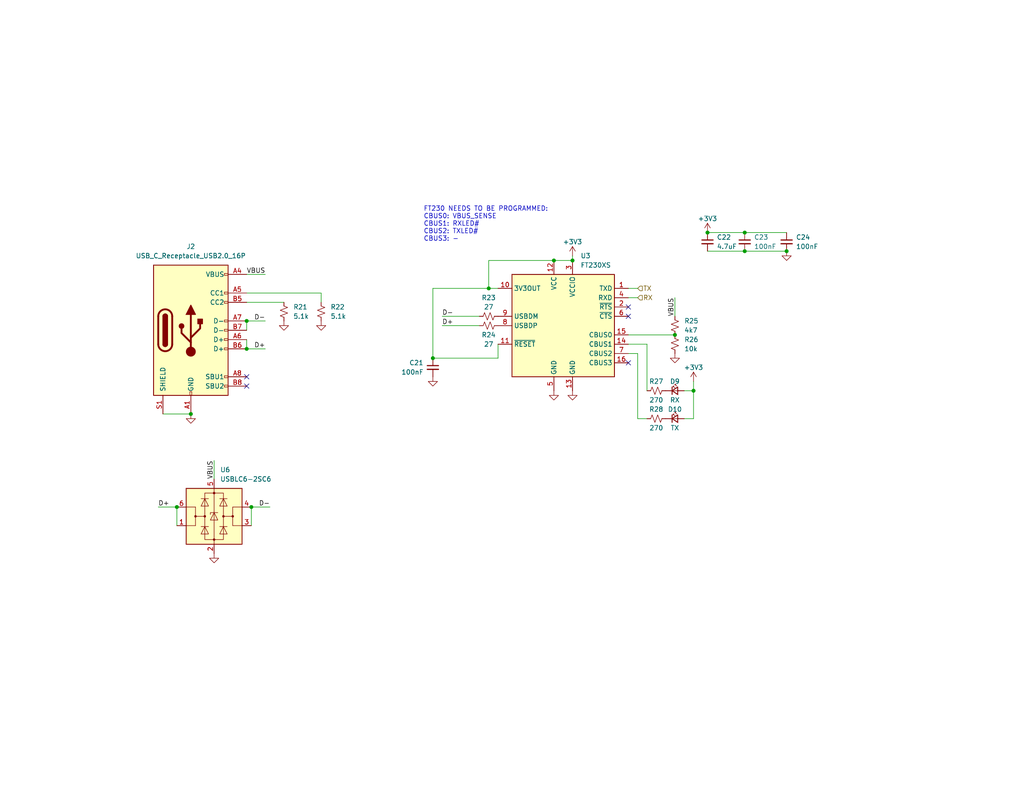
<source format=kicad_sch>
(kicad_sch (version 20230121) (generator eeschema)
  (paper "USLetter")
  (title_block (title "AMP PCBv3") (date "2024-02-08") (rev "A") (company "Autonomous Motorsports Purdue"))
  (lib_symbols
    (symbol "Connector:USB_C_Receptacle_USB2.0_16P" (pin_names (offset 1.016))
      (property "Reference" "J" (at 0 22.225 0))
      (property "Value" "USB_C_Receptacle_USB2.0_16P" (at 0 19.685 0))
      (symbol "USB_C_Receptacle_USB2.0_16P_0_0"
        (rectangle (start -0.254 -17.78) (end 0.254 -16.764))
        (rectangle (start 10.16 -14.986) (end 9.144 -15.494))
        (rectangle (start 10.16 -12.446) (end 9.144 -12.954))
        (rectangle (start 10.16 -4.826) (end 9.144 -5.334))
        (rectangle (start 10.16 -2.286) (end 9.144 -2.794))
        (rectangle (start 10.16 0.254) (end 9.144 -0.254))
        (rectangle (start 10.16 2.794) (end 9.144 2.286))
        (rectangle (start 10.16 7.874) (end 9.144 7.366))
        (rectangle (start 10.16 10.414) (end 9.144 9.906))
        (rectangle (start 10.16 15.494) (end 9.144 14.986))
      )
      (symbol "USB_C_Receptacle_USB2.0_16P_0_1"
        (rectangle (start -10.16 17.78) (end 10.16 -17.78) (stroke (width 0.254)) (fill (type background)))
        (arc (start -8.89 -3.81) (mid -6.985 -5.7067) (end -5.08 -3.81) (stroke (width 0.508)))
        (arc (start -7.62 -3.81) (mid -6.985 -4.4423) (end -6.35 -3.81) (stroke (width 0.254)))
        (arc (start -7.62 -3.81) (mid -6.985 -4.4423) (end -6.35 -3.81) (stroke (width 0.254)) (fill (type outline)))
        (rectangle (start -7.62 -3.81) (end -6.35 3.81) (stroke (width 0.254)) (fill (type outline)))
        (arc (start -6.35 3.81) (mid -6.985 4.4423) (end -7.62 3.81) (stroke (width 0.254)))
        (arc (start -6.35 3.81) (mid -6.985 4.4423) (end -7.62 3.81) (stroke (width 0.254)) (fill (type outline)))
        (arc (start -5.08 3.81) (mid -6.985 5.7067) (end -8.89 3.81) (stroke (width 0.508)))
        (circle (center -2.54 1.143) (radius 0.635) (stroke (width 0.254)) (fill (type outline)))
        (circle (center 0 -5.842) (radius 1.27) (fill (type outline)))
        (polyline (pts (xy -8.89 -3.81) (xy -8.89 3.81)) (stroke (width 0.508)))
        (polyline (pts (xy -5.08 3.81) (xy -5.08 -3.81)) (stroke (width 0.508)))
        (polyline (pts (xy 0 -5.842) (xy 0 4.318)) (stroke (width 0.508)))
        (polyline (pts (xy 0 -3.302) (xy -2.54 -0.762) (xy -2.54 0.508)) (stroke (width 0.508)))
        (polyline (pts (xy 0 -2.032) (xy 2.54 0.508) (xy 2.54 1.778)) (stroke (width 0.508)))
        (polyline (pts (xy -1.27 4.318) (xy 0 6.858) (xy 1.27 4.318) (xy -1.27 4.318)) (stroke (width 0.254)) (fill (type outline)))
        (rectangle (start 1.905 1.778) (end 3.175 3.048) (stroke (width 0.254)) (fill (type outline)))
      )
      (symbol "USB_C_Receptacle_USB2.0_16P_1_1"
        (pin passive line (at 0 -22.86 90) (length 5.08) (name "GND") (number "A1"))
        (pin passive line (at 0 -22.86 90) (length 5.08) hide (name "GND") (number "A12"))
        (pin passive line (at 15.24 15.24 180) (length 5.08) (name "VBUS") (number "A4"))
        (pin bidirectional line (at 15.24 10.16 180) (length 5.08) (name "CC1") (number "A5"))
        (pin bidirectional line (at 15.24 -2.54 180) (length 5.08) (name "D+") (number "A6"))
        (pin bidirectional line (at 15.24 2.54 180) (length 5.08) (name "D-") (number "A7"))
        (pin bidirectional line (at 15.24 -12.7 180) (length 5.08) (name "SBU1") (number "A8"))
        (pin passive line (at 15.24 15.24 180) (length 5.08) hide (name "VBUS") (number "A9"))
        (pin passive line (at 0 -22.86 90) (length 5.08) hide (name "GND") (number "B1"))
        (pin passive line (at 0 -22.86 90) (length 5.08) hide (name "GND") (number "B12"))
        (pin passive line (at 15.24 15.24 180) (length 5.08) hide (name "VBUS") (number "B4"))
        (pin bidirectional line (at 15.24 7.62 180) (length 5.08) (name "CC2") (number "B5"))
        (pin bidirectional line (at 15.24 -5.08 180) (length 5.08) (name "D+") (number "B6"))
        (pin bidirectional line (at 15.24 0 180) (length 5.08) (name "D-") (number "B7"))
        (pin bidirectional line (at 15.24 -15.24 180) (length 5.08) (name "SBU2") (number "B8"))
        (pin passive line (at 15.24 15.24 180) (length 5.08) hide (name "VBUS") (number "B9"))
        (pin passive line (at -7.62 -22.86 90) (length 5.08) (name "SHIELD") (number "S1"))
      )
    )
    (symbol "Device:C_Small" (pin_numbers hide) (pin_names (offset 0.254) hide)
      (property "Reference" "C" (at 0.254 1.778 0))
      (property "Value" "C_Small" (at 0.254 -2.032 0))
      (symbol "C_Small_0_1"
        (polyline (pts (xy -1.524 -0.508) (xy 1.524 -0.508)) (stroke (width 0.3302)))
        (polyline (pts (xy -1.524 0.508) (xy 1.524 0.508)) (stroke (width 0.3048)))
      )
      (symbol "C_Small_1_1"
        (pin passive line (at 0 2.54 270) (length 2.032) (name "~") (number "1"))
        (pin passive line (at 0 -2.54 90) (length 2.032) (name "~") (number "2"))
      )
    )
    (symbol "Device:LED_Small" (pin_numbers hide) (pin_names (offset 0.254) hide)
      (property "Reference" "D" (at -1.27 3.175 0))
      (property "Value" "LED_Small" (at -4.445 -2.54 0))
      (symbol "LED_Small_0_1"
        (polyline (pts (xy -0.762 -1.016) (xy -0.762 1.016)) (stroke (width 0.254)))
        (polyline (pts (xy 1.016 0) (xy -0.762 0)))
        (polyline (pts (xy 0.762 -1.016) (xy -0.762 0) (xy 0.762 1.016) (xy 0.762 -1.016)) (stroke (width 0.254)))
        (polyline (pts (xy 0 0.762) (xy -0.508 1.27) (xy -0.254 1.27) (xy -0.508 1.27) (xy -0.508 1.016)))
        (polyline (pts (xy 0.508 1.27) (xy 0 1.778) (xy 0.254 1.778) (xy 0 1.778) (xy 0 1.524)))
      )
      (symbol "LED_Small_1_1"
        (pin passive line (at -2.54 0 0) (length 1.778) (name "K") (number "1"))
        (pin passive line (at 2.54 0 180) (length 1.778) (name "A") (number "2"))
      )
    )
    (symbol "Device:R_Small_US" (pin_numbers hide) (pin_names (offset 0.254) hide)
      (property "Reference" "R" (at 0.762 0.508 0))
      (property "Value" "R_Small_US" (at 0.762 -1.016 0))
      (symbol "R_Small_US_1_1"
        (polyline (pts (xy 0 0) (xy 1.016 -0.381) (xy 0 -0.762) (xy -1.016 -1.143) (xy 0 -1.524)))
        (polyline (pts (xy 0 1.524) (xy 1.016 1.143) (xy 0 0.762) (xy -1.016 0.381) (xy 0 0)))
        (pin passive line (at 0 2.54 270) (length 1.016) (name "~") (number "1"))
        (pin passive line (at 0 -2.54 90) (length 1.016) (name "~") (number "2"))
      )
    )
    (symbol "Interface_USB:FT230XS"
      (property "Reference" "U" (at -13.97 15.24 0))
      (property "Value" "FT230XS" (at 7.62 15.24 0))
      (symbol "FT230XS_0_1"
        (rectangle (start -13.97 13.97) (end 13.97 -13.97) (stroke (width 0.254)) (fill (type background)))
      )
      (symbol "FT230XS_1_1"
        (pin output line (at 17.78 10.16 180) (length 3.81) (name "TXD") (number "1"))
        (pin power_out line (at -17.78 10.16 0) (length 3.81) (name "3V3OUT") (number "10"))
        (pin input line (at -17.78 -5.08 0) (length 3.81) (name "~{RESET}") (number "11"))
        (pin power_in line (at -2.54 17.78 270) (length 3.81) (name "VCC") (number "12"))
        (pin power_in line (at 2.54 -17.78 90) (length 3.81) (name "GND") (number "13"))
        (pin bidirectional line (at 17.78 -5.08 180) (length 3.81) (name "CBUS1") (number "14"))
        (pin bidirectional line (at 17.78 -2.54 180) (length 3.81) (name "CBUS0") (number "15"))
        (pin bidirectional line (at 17.78 -10.16 180) (length 3.81) (name "CBUS3") (number "16"))
        (pin output line (at 17.78 5.08 180) (length 3.81) (name "~{RTS}") (number "2"))
        (pin power_in line (at 2.54 17.78 270) (length 3.81) (name "VCCIO") (number "3"))
        (pin input line (at 17.78 7.62 180) (length 3.81) (name "RXD") (number "4"))
        (pin power_in line (at -2.54 -17.78 90) (length 3.81) (name "GND") (number "5"))
        (pin input line (at 17.78 2.54 180) (length 3.81) (name "~{CTS}") (number "6"))
        (pin bidirectional line (at 17.78 -7.62 180) (length 3.81) (name "CBUS2") (number "7"))
        (pin bidirectional line (at -17.78 0 0) (length 3.81) (name "USBDP") (number "8"))
        (pin bidirectional line (at -17.78 2.54 0) (length 3.81) (name "USBDM") (number "9"))
      )
    )
    (symbol "Power_Protection:USBLC6-2SC6" (pin_names hide)
      (property "Reference" "U" (at 2.54 8.89 0))
      (property "Value" "USBLC6-2SC6" (at 2.54 -8.89 0))
      (symbol "USBLC6-2SC6_0_1"
        (rectangle (start -7.62 -7.62) (end 7.62 7.62) (stroke (width 0.254)) (fill (type background)))
        (circle (center -5.08 0) (radius 0.254) (fill (type outline)))
        (circle (center -2.54 0) (radius 0.254) (fill (type outline)))
        (rectangle (start -2.54 6.35) (end 2.54 -6.35))
        (circle (center 0 -6.35) (radius 0.254) (fill (type outline)))
        (polyline (pts (xy -5.08 -2.54) (xy -7.62 -2.54)))
        (polyline (pts (xy -5.08 0) (xy -5.08 -2.54)))
        (polyline (pts (xy -5.08 2.54) (xy -7.62 2.54)))
        (polyline (pts (xy -1.524 -2.794) (xy -3.556 -2.794)))
        (polyline (pts (xy -1.524 4.826) (xy -3.556 4.826)))
        (polyline (pts (xy 0 -7.62) (xy 0 -6.35)))
        (polyline (pts (xy 0 -6.35) (xy 0 1.27)))
        (polyline (pts (xy 0 1.27) (xy 0 6.35)))
        (polyline (pts (xy 0 6.35) (xy 0 7.62)))
        (polyline (pts (xy 1.524 -2.794) (xy 3.556 -2.794)))
        (polyline (pts (xy 1.524 4.826) (xy 3.556 4.826)))
        (polyline (pts (xy 5.08 -2.54) (xy 7.62 -2.54)))
        (polyline (pts (xy 5.08 0) (xy 5.08 -2.54)))
        (polyline (pts (xy 5.08 2.54) (xy 7.62 2.54)))
        (polyline (pts (xy -2.54 0) (xy -5.08 0) (xy -5.08 2.54)))
        (polyline (pts (xy 2.54 0) (xy 5.08 0) (xy 5.08 2.54)))
        (polyline (pts (xy -3.556 -4.826) (xy -1.524 -4.826) (xy -2.54 -2.794) (xy -3.556 -4.826)))
        (polyline (pts (xy -3.556 2.794) (xy -1.524 2.794) (xy -2.54 4.826) (xy -3.556 2.794)))
        (polyline (pts (xy -1.016 -1.016) (xy 1.016 -1.016) (xy 0 1.016) (xy -1.016 -1.016)))
        (polyline (pts (xy 1.016 1.016) (xy 0.762 1.016) (xy -1.016 1.016) (xy -1.016 0.508)))
        (polyline (pts (xy 3.556 -4.826) (xy 1.524 -4.826) (xy 2.54 -2.794) (xy 3.556 -4.826)))
        (polyline (pts (xy 3.556 2.794) (xy 1.524 2.794) (xy 2.54 4.826) (xy 3.556 2.794)))
        (circle (center 0 6.35) (radius 0.254) (fill (type outline)))
        (circle (center 2.54 0) (radius 0.254) (fill (type outline)))
        (circle (center 5.08 0) (radius 0.254) (fill (type outline)))
      )
      (symbol "USBLC6-2SC6_1_1"
        (pin passive line (at -10.16 -2.54 0) (length 2.54) (name "I/O1") (number "1"))
        (pin passive line (at 0 -10.16 90) (length 2.54) (name "GND") (number "2"))
        (pin passive line (at 10.16 -2.54 180) (length 2.54) (name "I/O2") (number "3"))
        (pin passive line (at 10.16 2.54 180) (length 2.54) (name "I/O2") (number "4"))
        (pin passive line (at 0 10.16 270) (length 2.54) (name "VBUS") (number "5"))
        (pin passive line (at -10.16 2.54 0) (length 2.54) (name "I/O1") (number "6"))
      )
    )
    (symbol "power:+3V3" (power) (pin_names (offset 0))
      (property "Value" "+3V3" (at 0 3.556 0))
      (symbol "+3V3_0_1"
        (polyline (pts (xy -0.762 1.27) (xy 0 2.54)))
        (polyline (pts (xy 0 0) (xy 0 2.54)))
        (polyline (pts (xy 0 2.54) (xy 0.762 1.27)))
      )
      (symbol "+3V3_1_1"
        (pin power_in line (at 0 0 90) (length 0) hide (name "+3V3") (number "1"))
      )
    )
    (symbol "power:GND" (power) (pin_names (offset 0))
      (property "Value" "GND" (at 0 -3.81 0))
      (symbol "GND_0_1"
        (polyline (pts (xy 0 0) (xy 0 -1.27) (xy 1.27 -1.27) (xy 0 -2.54) (xy -1.27 -1.27) (xy 0 -1.27)))
      )
      (symbol "GND_1_1"
        (pin power_in line (at 0 0 270) (length 0) hide (name "GND") (number "1"))
      )
    )
  )
  (junction (at 156.21 71.12))
  (junction (at 52.07 113.03))
  (junction (at 67.31 95.25))
  (junction (at 214.63 68.58))
  (junction (at 118.11 97.79))
  (junction (at 189.23 106.68))
  (junction (at 203.2 63.5))
  (junction (at 193.04 63.5))
  (junction (at 133.35 78.74))
  (junction (at 151.13 71.12))
  (junction (at 67.31 87.63))
  (junction (at 68.58 138.43))
  (junction (at 184.15 91.44))
  (junction (at 203.2 68.58))
  (junction (at 48.26 138.43))
  (no_connect (at 171.45 86.36))
  (no_connect (at 67.31 102.87))
  (no_connect (at 171.45 83.82))
  (no_connect (at 171.45 99.06))
  (no_connect (at 67.31 105.41))
  (wire (pts (xy 186.69 114.3) (xy 189.23 114.3)))
  (wire (pts (xy 67.31 92.71) (xy 67.31 95.25)))
  (wire (pts (xy 67.31 95.25) (xy 72.39 95.25)))
  (wire (pts (xy 189.23 114.3) (xy 189.23 106.68)))
  (wire (pts (xy 133.35 78.74) (xy 133.35 71.12)))
  (wire (pts (xy 171.45 96.52) (xy 173.99 96.52)))
  (wire (pts (xy 48.26 138.43) (xy 48.26 143.51)))
  (wire (pts (xy 87.63 82.55) (xy 87.63 80.01)))
  (wire (pts (xy 135.89 97.79) (xy 135.89 93.98)))
  (wire (pts (xy 203.2 68.58) (xy 214.63 68.58)))
  (wire (pts (xy 171.45 81.28) (xy 173.99 81.28)))
  (wire (pts (xy 133.35 78.74) (xy 135.89 78.74)))
  (wire (pts (xy 87.63 80.01) (xy 67.31 80.01)))
  (wire (pts (xy 58.42 130.81) (xy 58.42 125.73)))
  (wire (pts (xy 67.31 82.55) (xy 77.47 82.55)))
  (wire (pts (xy 173.99 96.52) (xy 173.99 114.3)))
  (wire (pts (xy 203.2 63.5) (xy 214.63 63.5)))
  (wire (pts (xy 68.58 138.43) (xy 73.66 138.43)))
  (wire (pts (xy 189.23 106.68) (xy 189.23 104.14)))
  (wire (pts (xy 151.13 71.12) (xy 156.21 71.12)))
  (wire (pts (xy 173.99 114.3) (xy 176.53 114.3)))
  (wire (pts (xy 48.26 138.43) (xy 43.18 138.43)))
  (wire (pts (xy 193.04 63.5) (xy 203.2 63.5)))
  (wire (pts (xy 176.53 93.98) (xy 171.45 93.98)))
  (wire (pts (xy 133.35 71.12) (xy 151.13 71.12)))
  (wire (pts (xy 68.58 138.43) (xy 68.58 143.51)))
  (wire (pts (xy 118.11 78.74) (xy 118.11 97.79)))
  (wire (pts (xy 67.31 87.63) (xy 67.31 90.17)))
  (wire (pts (xy 44.45 113.03) (xy 52.07 113.03)))
  (wire (pts (xy 118.11 97.79) (xy 135.89 97.79)))
  (wire (pts (xy 193.04 68.58) (xy 203.2 68.58)))
  (wire (pts (xy 171.45 78.74) (xy 173.99 78.74)))
  (wire (pts (xy 67.31 74.93) (xy 72.39 74.93)))
  (wire (pts (xy 184.15 86.36) (xy 184.15 81.28)))
  (wire (pts (xy 156.21 69.85) (xy 156.21 71.12)))
  (wire (pts (xy 120.65 88.9) (xy 130.81 88.9)))
  (wire (pts (xy 186.69 106.68) (xy 189.23 106.68)))
  (wire (pts (xy 176.53 106.68) (xy 176.53 93.98)))
  (wire (pts (xy 67.31 87.63) (xy 72.39 87.63)))
  (wire (pts (xy 118.11 78.74) (xy 133.35 78.74)))
  (wire (pts (xy 120.65 86.36) (xy 130.81 86.36)))
  (wire (pts (xy 171.45 91.44) (xy 184.15 91.44)))
  (text "FT230 NEEDS TO BE PROGRAMMED:\nCBUS0: VBUS_SENSE\nCBUS1: RXLED#\nCBUS2: TXLED#\nCBUS3: -" (at 115.57 66.04 0) (effects (font (size 1.27 1.27)) (justify left bottom)))
  (label "VBUS" (at 58.42 125.73 270))
  (label "D+" (at 43.18 138.43 0))
  (label "VBUS" (at 72.39 74.93 180))
  (label "D-" (at 120.65 86.36 0))
  (label "D+" (at 72.39 95.25 180))
  (label "D-" (at 72.39 87.63 180))
  (label "VBUS" (at 184.15 81.28 270))
  (label "D+" (at 120.65 88.9 0))
  (label "D-" (at 73.66 138.43 180))
  (hierarchical_label "TX" (shape input) (at 173.99 78.74 0))
  (hierarchical_label "RX" (shape input) (at 173.99 81.28 0))
  (symbol (lib_id "power:GND") (at 118.11 102.87 0) (unit 1)
    (property "Reference" "#PWR038" (effects hide))
    (property "Value" "GND" (effects hide))
  )
  (symbol (lib_id "Connector:USB_C_Receptacle_USB2.0_16P") (at 52.07 90.17 0) (unit 1)
    (property "Reference" "J2" (at 52.07 67.31 0))
    (property "Value" "USB_C_Receptacle_USB2.0_16P" (at 52.07 69.85 0))
    (property "Footprint" "AMP_Custom:USB_C_Receptacle_GCT_USB4145" (effects hide))
    (property "Datasheet" "https://www.usb.org/sites/default/files/documents/usb_type-c.zip" (effects hide))
  )
  (symbol (lib_id "Device:C_Small") (at 193.04 66.04 0) (unit 1)
    (property "Reference" "C22" (at 195.58 64.7763 0) (effects (justify left)))
    (property "Value" "4.7uF" (at 195.58 67.3163 0) (effects (justify left)))
    (property "Footprint" "Capacitor_SMD:C_0805_2012Metric_Pad1.18x1.45mm_HandSolder" (effects hide))
  )
  (symbol (lib_id "power:+3V3") (at 156.21 69.85 0) (unit 1)
    (property "Reference" "#PWR037" (effects hide))
    (property "Value" "+3V3" (at 156.21 66.04 0))
  )
  (symbol (lib_id "power:+3V3") (at 189.23 104.14 0) (mirror y) (unit 1)
    (property "Reference" "#PWR060" (effects hide))
    (property "Value" "+3V3" (at 189.23 100.33 0))
  )
  (symbol (lib_id "Device:C_Small") (at 118.11 100.33 0) (mirror y) (unit 1)
    (property "Reference" "C21" (at 115.57 99.06 0) (effects (justify left)))
    (property "Value" "100nF" (at 115.57 101.6 0) (effects (justify left)))
    (property "Footprint" "Capacitor_SMD:C_0805_2012Metric_Pad1.18x1.45mm_HandSolder" (effects hide))
  )
  (symbol (lib_id "Device:C_Small") (at 203.2 66.04 0) (unit 1)
    (property "Reference" "C23" (at 205.74 64.7763 0) (effects (justify left)))
    (property "Value" "100nF" (at 205.74 67.3163 0) (effects (justify left)))
    (property "Footprint" "Capacitor_SMD:C_0805_2012Metric_Pad1.18x1.45mm_HandSolder" (effects hide))
  )
  (symbol (lib_id "power:GND") (at 87.63 87.63 0) (unit 1)
    (property "Reference" "#PWR056" (effects hide))
    (property "Value" "GND" (effects hide))
  )
  (symbol (lib_id "power:GND") (at 77.47 87.63 0) (unit 1)
    (property "Reference" "#PWR055" (effects hide))
    (property "Value" "GND" (effects hide))
  )
  (symbol (lib_id "power:GND") (at 58.42 151.13 0) (unit 1)
    (property "Reference" "#PWR058" (effects hide))
    (property "Value" "GND" (effects hide))
  )
  (symbol (lib_id "power:GND") (at 52.07 113.03 0) (unit 1)
    (property "Reference" "#PWR054" (effects hide))
    (property "Value" "GND" (effects hide))
  )
  (symbol (lib_id "power:GND") (at 156.21 106.68 0) (unit 1)
    (property "Reference" "#PWR051" (effects hide))
    (property "Value" "GND" (effects hide))
  )
  (symbol (lib_id "Device:R_Small_US") (at 133.35 86.36 90) (unit 1)
    (property "Reference" "R23" (at 133.35 81.28 90))
    (property "Value" "27" (at 133.35 83.82 90))
    (property "Footprint" "Resistor_SMD:R_0805_2012Metric_Pad1.20x1.40mm_HandSolder" (effects hide))
  )
  (symbol (lib_id "Device:R_Small_US") (at 133.35 88.9 90) (unit 1)
    (property "Reference" "R24" (at 133.35 91.44 90))
    (property "Value" "27" (at 133.35 93.98 90))
    (property "Footprint" "Resistor_SMD:R_0805_2012Metric_Pad1.20x1.40mm_HandSolder" (effects hide))
  )
  (symbol (lib_id "Device:R_Small_US") (at 77.47 85.09 0) (unit 1)
    (property "Reference" "R21" (at 80.01 83.82 0) (effects (justify left)))
    (property "Value" "5.1k" (at 80.01 86.36 0) (effects (justify left)))
    (property "Footprint" "Resistor_SMD:R_0805_2012Metric_Pad1.20x1.40mm_HandSolder" (effects hide))
  )
  (symbol (lib_id "Device:LED_Small") (at 184.15 106.68 0) (unit 1)
    (property "Reference" "D9" (at 184.15 104.14 0))
    (property "Value" "RX" (at 184.15 109.22 0))
    (property "Footprint" "LED_SMD:LED_0805_2012Metric_Pad1.15x1.40mm_HandSolder" (effects hide))
  )
  (symbol (lib_id "Device:R_Small_US") (at 179.07 114.3 90) (unit 1)
    (property "Reference" "R28" (at 179.07 111.76 90))
    (property "Value" "270" (at 179.07 116.84 90))
    (property "Footprint" "Resistor_SMD:R_0805_2012Metric_Pad1.20x1.40mm_HandSolder" (effects hide))
  )
  (symbol (lib_id "Device:LED_Small") (at 184.15 114.3 0) (unit 1)
    (property "Reference" "D10" (at 184.15 111.76 0))
    (property "Value" "TX" (at 184.15 116.84 0))
    (property "Footprint" "LED_SMD:LED_0805_2012Metric_Pad1.15x1.40mm_HandSolder" (effects hide))
  )
  (symbol (lib_id "Device:C_Small") (at 214.63 66.04 0) (unit 1)
    (property "Reference" "C24" (at 217.17 64.7763 0) (effects (justify left)))
    (property "Value" "100nF" (at 217.17 67.3163 0) (effects (justify left)))
    (property "Footprint" "Capacitor_SMD:C_0805_2012Metric_Pad1.18x1.45mm_HandSolder" (effects hide))
  )
  (symbol (lib_id "Power_Protection:USBLC6-2SC6") (at 58.42 140.97 0) (unit 1)
    (property "Reference" "U6" (at 60.0711 128.27 0) (effects (justify left)))
    (property "Value" "USBLC6-2SC6" (at 60.0711 130.81 0) (effects (justify left)))
    (property "Footprint" "Package_TO_SOT_SMD:SOT-23-6" (effects hide))
    (property "Datasheet" "https://www.st.com/resource/en/datasheet/usblc6-2.pdf" (effects hide))
  )
  (symbol (lib_id "Interface_USB:FT230XS") (at 153.67 88.9 0) (unit 1)
    (property "Reference" "U3" (at 158.4041 69.85 0) (effects (justify left)))
    (property "Value" "FT230XS" (at 158.4041 72.39 0) (effects (justify left)))
    (property "Footprint" "Package_SO:SSOP-16_3.9x4.9mm_P0.635mm" (effects hide))
    (property "Datasheet" "https://www.ftdichip.com/Support/Documents/DataSheets/ICs/DS_FT230X.pdf" (effects hide))
  )
  (symbol (lib_id "Device:R_Small_US") (at 184.15 93.98 0) (unit 1)
    (property "Reference" "R26" (at 186.69 92.71 0) (effects (justify left)))
    (property "Value" "10k" (at 186.69 95.25 0) (effects (justify left)))
    (property "Footprint" "Resistor_SMD:R_0805_2012Metric_Pad1.20x1.40mm_HandSolder" (effects hide))
  )
  (symbol (lib_id "power:GND") (at 184.15 96.52 0) (unit 1)
    (property "Reference" "#PWR059" (effects hide))
    (property "Value" "GND" (effects hide))
  )
  (symbol (lib_id "Device:R_Small_US") (at 184.15 88.9 0) (unit 1)
    (property "Reference" "R25" (at 186.69 87.63 0) (effects (justify left)))
    (property "Value" "4k7" (at 186.69 90.17 0) (effects (justify left)))
    (property "Footprint" "Resistor_SMD:R_0805_2012Metric_Pad1.20x1.40mm_HandSolder" (effects hide))
  )
  (symbol (lib_id "power:GND") (at 151.13 106.68 0) (unit 1)
    (property "Reference" "#PWR050" (effects hide))
    (property "Value" "GND" (effects hide))
  )
  (symbol (lib_id "power:GND") (at 214.63 68.58 0) (unit 1)
    (property "Reference" "#PWR053" (effects hide))
    (property "Value" "GND" (effects hide))
  )
  (symbol (lib_id "Device:R_Small_US") (at 179.07 106.68 90) (unit 1)
    (property "Reference" "R27" (at 179.07 104.14 90))
    (property "Value" "270" (at 179.07 109.22 90))
    (property "Footprint" "Resistor_SMD:R_0805_2012Metric_Pad1.20x1.40mm_HandSolder" (effects hide))
  )
  (symbol (lib_id "power:+3V3") (at 193.04 63.5 0) (unit 1)
    (property "Reference" "#PWR052" (effects hide))
    (property "Value" "+3V3" (at 193.04 59.69 0))
  )
  (symbol (lib_id "Device:R_Small_US") (at 87.63 85.09 0) (unit 1)
    (property "Reference" "R22" (at 90.17 83.82 0) (effects (justify left)))
    (property "Value" "5.1k" (at 90.17 86.36 0) (effects (justify left)))
    (property "Footprint" "Resistor_SMD:R_0805_2012Metric_Pad1.20x1.40mm_HandSolder" (effects hide))
  )
)
</source>
